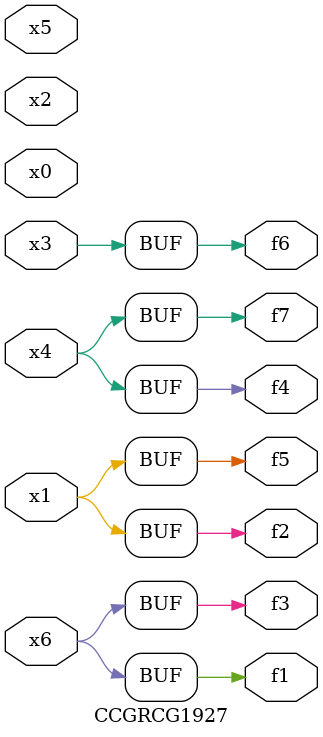
<source format=v>
module CCGRCG1927(
	input x0, x1, x2, x3, x4, x5, x6,
	output f1, f2, f3, f4, f5, f6, f7
);
	assign f1 = x6;
	assign f2 = x1;
	assign f3 = x6;
	assign f4 = x4;
	assign f5 = x1;
	assign f6 = x3;
	assign f7 = x4;
endmodule

</source>
